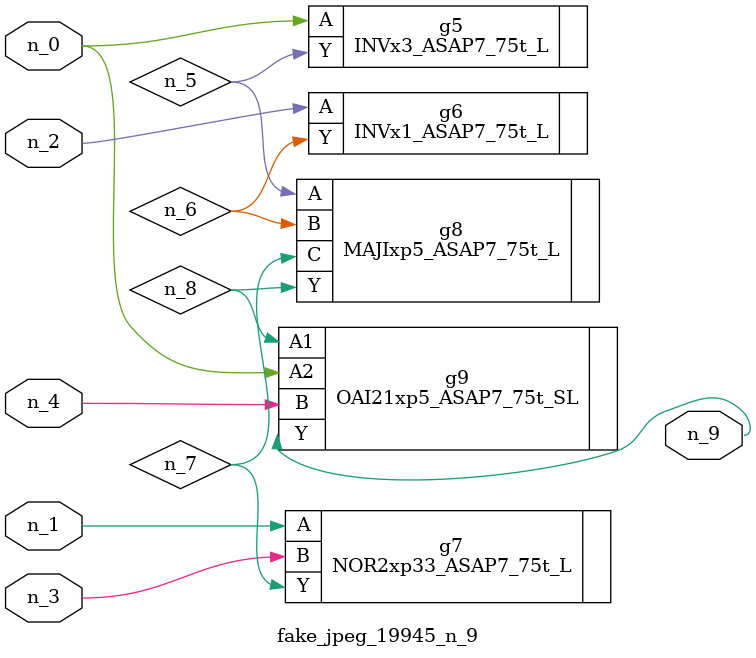
<source format=v>
module fake_jpeg_19945_n_9 (n_3, n_2, n_1, n_0, n_4, n_9);

input n_3;
input n_2;
input n_1;
input n_0;
input n_4;

output n_9;

wire n_8;
wire n_6;
wire n_5;
wire n_7;

INVx3_ASAP7_75t_L g5 ( 
.A(n_0),
.Y(n_5)
);

INVx1_ASAP7_75t_L g6 ( 
.A(n_2),
.Y(n_6)
);

NOR2xp33_ASAP7_75t_L g7 ( 
.A(n_1),
.B(n_3),
.Y(n_7)
);

MAJIxp5_ASAP7_75t_L g8 ( 
.A(n_5),
.B(n_6),
.C(n_7),
.Y(n_8)
);

OAI21xp5_ASAP7_75t_SL g9 ( 
.A1(n_8),
.A2(n_0),
.B(n_4),
.Y(n_9)
);


endmodule
</source>
